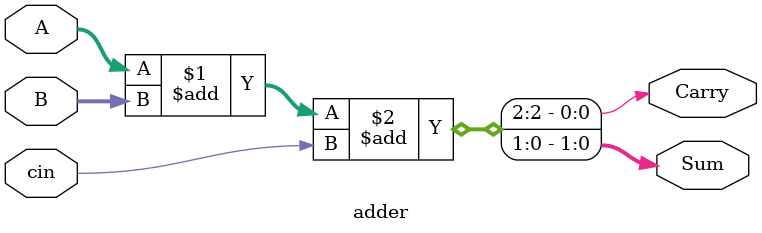
<source format=v>
`timescale 1ns / 1ps
module adder(A,B,Sum,Carry,cin);
parameter  width=2; 
input [width-1:0] A,B; 
input cin;
output [width-1:0] Sum; 
output  Carry;
assign {Carry,Sum} = A+B+cin; 
endmodule

</source>
